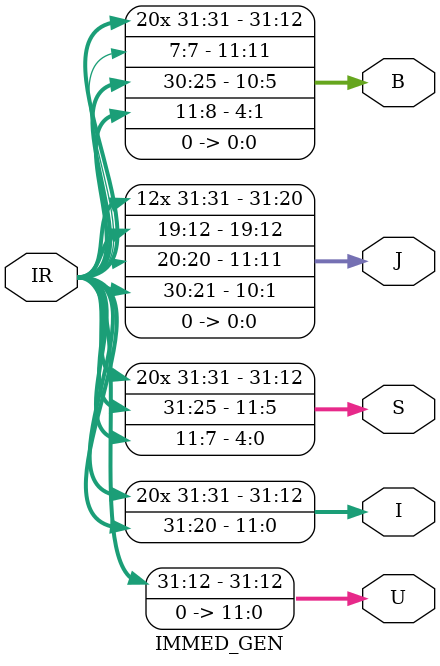
<source format=sv>
`timescale 1ns / 1ps
module IMMED_GEN(
    input [31:7] IR, //25-bits
    output logic [31:0] U,
    output logic [31:0] I,
    output logic [31:0] S,
    output logic [31:0] J,
    output logic [31:0] B
    );
    
    always_comb
    begin
        U = {IR[31:12], 12'b0};
        I = {{21{IR[31]}}, IR[30:20]};
        S = {{21{IR[31]}}, IR[30:25], IR[11:7]};
        J = {{12{IR[31]}}, IR[19:12], IR[20], IR [30:21], 1'b0};
        B = {{20{IR[31]}}, IR[7], IR[30:25], IR[11:8], 1'b0};
    end
endmodule
</source>
